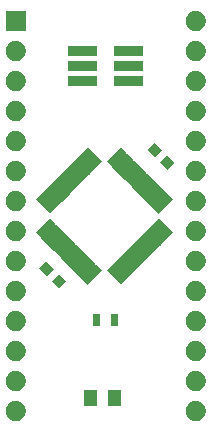
<source format=gbr>
G04 #@! TF.GenerationSoftware,KiCad,Pcbnew,(5.1.5)-3*
G04 #@! TF.CreationDate,2021-05-27T18:06:52+01:00*
G04 #@! TF.ProjectId,C595,43353935-2e6b-4696-9361-645f70636258,rev?*
G04 #@! TF.SameCoordinates,Original*
G04 #@! TF.FileFunction,Soldermask,Top*
G04 #@! TF.FilePolarity,Negative*
%FSLAX46Y46*%
G04 Gerber Fmt 4.6, Leading zero omitted, Abs format (unit mm)*
G04 Created by KiCad (PCBNEW (5.1.5)-3) date 2021-05-27 18:06:52*
%MOMM*%
%LPD*%
G04 APERTURE LIST*
%ADD10C,0.100000*%
G04 APERTURE END LIST*
D10*
G36*
X156488228Y-183201703D02*
G01*
X156643100Y-183265853D01*
X156782481Y-183358985D01*
X156901015Y-183477519D01*
X156994147Y-183616900D01*
X157058297Y-183771772D01*
X157091000Y-183936184D01*
X157091000Y-184103816D01*
X157058297Y-184268228D01*
X156994147Y-184423100D01*
X156901015Y-184562481D01*
X156782481Y-184681015D01*
X156643100Y-184774147D01*
X156488228Y-184838297D01*
X156323816Y-184871000D01*
X156156184Y-184871000D01*
X155991772Y-184838297D01*
X155836900Y-184774147D01*
X155697519Y-184681015D01*
X155578985Y-184562481D01*
X155485853Y-184423100D01*
X155421703Y-184268228D01*
X155389000Y-184103816D01*
X155389000Y-183936184D01*
X155421703Y-183771772D01*
X155485853Y-183616900D01*
X155578985Y-183477519D01*
X155697519Y-183358985D01*
X155836900Y-183265853D01*
X155991772Y-183201703D01*
X156156184Y-183169000D01*
X156323816Y-183169000D01*
X156488228Y-183201703D01*
G37*
G36*
X141248228Y-183201703D02*
G01*
X141403100Y-183265853D01*
X141542481Y-183358985D01*
X141661015Y-183477519D01*
X141754147Y-183616900D01*
X141818297Y-183771772D01*
X141851000Y-183936184D01*
X141851000Y-184103816D01*
X141818297Y-184268228D01*
X141754147Y-184423100D01*
X141661015Y-184562481D01*
X141542481Y-184681015D01*
X141403100Y-184774147D01*
X141248228Y-184838297D01*
X141083816Y-184871000D01*
X140916184Y-184871000D01*
X140751772Y-184838297D01*
X140596900Y-184774147D01*
X140457519Y-184681015D01*
X140338985Y-184562481D01*
X140245853Y-184423100D01*
X140181703Y-184268228D01*
X140149000Y-184103816D01*
X140149000Y-183936184D01*
X140181703Y-183771772D01*
X140245853Y-183616900D01*
X140338985Y-183477519D01*
X140457519Y-183358985D01*
X140596900Y-183265853D01*
X140751772Y-183201703D01*
X140916184Y-183169000D01*
X141083816Y-183169000D01*
X141248228Y-183201703D01*
G37*
G36*
X147887000Y-183556000D02*
G01*
X146785000Y-183556000D01*
X146785000Y-182204000D01*
X147887000Y-182204000D01*
X147887000Y-183556000D01*
G37*
G36*
X149887000Y-183556000D02*
G01*
X148785000Y-183556000D01*
X148785000Y-182204000D01*
X149887000Y-182204000D01*
X149887000Y-183556000D01*
G37*
G36*
X141248228Y-180661703D02*
G01*
X141403100Y-180725853D01*
X141542481Y-180818985D01*
X141661015Y-180937519D01*
X141754147Y-181076900D01*
X141818297Y-181231772D01*
X141851000Y-181396184D01*
X141851000Y-181563816D01*
X141818297Y-181728228D01*
X141754147Y-181883100D01*
X141661015Y-182022481D01*
X141542481Y-182141015D01*
X141403100Y-182234147D01*
X141248228Y-182298297D01*
X141083816Y-182331000D01*
X140916184Y-182331000D01*
X140751772Y-182298297D01*
X140596900Y-182234147D01*
X140457519Y-182141015D01*
X140338985Y-182022481D01*
X140245853Y-181883100D01*
X140181703Y-181728228D01*
X140149000Y-181563816D01*
X140149000Y-181396184D01*
X140181703Y-181231772D01*
X140245853Y-181076900D01*
X140338985Y-180937519D01*
X140457519Y-180818985D01*
X140596900Y-180725853D01*
X140751772Y-180661703D01*
X140916184Y-180629000D01*
X141083816Y-180629000D01*
X141248228Y-180661703D01*
G37*
G36*
X156488228Y-180661703D02*
G01*
X156643100Y-180725853D01*
X156782481Y-180818985D01*
X156901015Y-180937519D01*
X156994147Y-181076900D01*
X157058297Y-181231772D01*
X157091000Y-181396184D01*
X157091000Y-181563816D01*
X157058297Y-181728228D01*
X156994147Y-181883100D01*
X156901015Y-182022481D01*
X156782481Y-182141015D01*
X156643100Y-182234147D01*
X156488228Y-182298297D01*
X156323816Y-182331000D01*
X156156184Y-182331000D01*
X155991772Y-182298297D01*
X155836900Y-182234147D01*
X155697519Y-182141015D01*
X155578985Y-182022481D01*
X155485853Y-181883100D01*
X155421703Y-181728228D01*
X155389000Y-181563816D01*
X155389000Y-181396184D01*
X155421703Y-181231772D01*
X155485853Y-181076900D01*
X155578985Y-180937519D01*
X155697519Y-180818985D01*
X155836900Y-180725853D01*
X155991772Y-180661703D01*
X156156184Y-180629000D01*
X156323816Y-180629000D01*
X156488228Y-180661703D01*
G37*
G36*
X156488228Y-178121703D02*
G01*
X156643100Y-178185853D01*
X156782481Y-178278985D01*
X156901015Y-178397519D01*
X156994147Y-178536900D01*
X157058297Y-178691772D01*
X157091000Y-178856184D01*
X157091000Y-179023816D01*
X157058297Y-179188228D01*
X156994147Y-179343100D01*
X156901015Y-179482481D01*
X156782481Y-179601015D01*
X156643100Y-179694147D01*
X156488228Y-179758297D01*
X156323816Y-179791000D01*
X156156184Y-179791000D01*
X155991772Y-179758297D01*
X155836900Y-179694147D01*
X155697519Y-179601015D01*
X155578985Y-179482481D01*
X155485853Y-179343100D01*
X155421703Y-179188228D01*
X155389000Y-179023816D01*
X155389000Y-178856184D01*
X155421703Y-178691772D01*
X155485853Y-178536900D01*
X155578985Y-178397519D01*
X155697519Y-178278985D01*
X155836900Y-178185853D01*
X155991772Y-178121703D01*
X156156184Y-178089000D01*
X156323816Y-178089000D01*
X156488228Y-178121703D01*
G37*
G36*
X141248228Y-178121703D02*
G01*
X141403100Y-178185853D01*
X141542481Y-178278985D01*
X141661015Y-178397519D01*
X141754147Y-178536900D01*
X141818297Y-178691772D01*
X141851000Y-178856184D01*
X141851000Y-179023816D01*
X141818297Y-179188228D01*
X141754147Y-179343100D01*
X141661015Y-179482481D01*
X141542481Y-179601015D01*
X141403100Y-179694147D01*
X141248228Y-179758297D01*
X141083816Y-179791000D01*
X140916184Y-179791000D01*
X140751772Y-179758297D01*
X140596900Y-179694147D01*
X140457519Y-179601015D01*
X140338985Y-179482481D01*
X140245853Y-179343100D01*
X140181703Y-179188228D01*
X140149000Y-179023816D01*
X140149000Y-178856184D01*
X140181703Y-178691772D01*
X140245853Y-178536900D01*
X140338985Y-178397519D01*
X140457519Y-178278985D01*
X140596900Y-178185853D01*
X140751772Y-178121703D01*
X140916184Y-178089000D01*
X141083816Y-178089000D01*
X141248228Y-178121703D01*
G37*
G36*
X156488228Y-175581703D02*
G01*
X156643100Y-175645853D01*
X156782481Y-175738985D01*
X156901015Y-175857519D01*
X156994147Y-175996900D01*
X157058297Y-176151772D01*
X157091000Y-176316184D01*
X157091000Y-176483816D01*
X157058297Y-176648228D01*
X156994147Y-176803100D01*
X156901015Y-176942481D01*
X156782481Y-177061015D01*
X156643100Y-177154147D01*
X156488228Y-177218297D01*
X156323816Y-177251000D01*
X156156184Y-177251000D01*
X155991772Y-177218297D01*
X155836900Y-177154147D01*
X155697519Y-177061015D01*
X155578985Y-176942481D01*
X155485853Y-176803100D01*
X155421703Y-176648228D01*
X155389000Y-176483816D01*
X155389000Y-176316184D01*
X155421703Y-176151772D01*
X155485853Y-175996900D01*
X155578985Y-175857519D01*
X155697519Y-175738985D01*
X155836900Y-175645853D01*
X155991772Y-175581703D01*
X156156184Y-175549000D01*
X156323816Y-175549000D01*
X156488228Y-175581703D01*
G37*
G36*
X141248228Y-175581703D02*
G01*
X141403100Y-175645853D01*
X141542481Y-175738985D01*
X141661015Y-175857519D01*
X141754147Y-175996900D01*
X141818297Y-176151772D01*
X141851000Y-176316184D01*
X141851000Y-176483816D01*
X141818297Y-176648228D01*
X141754147Y-176803100D01*
X141661015Y-176942481D01*
X141542481Y-177061015D01*
X141403100Y-177154147D01*
X141248228Y-177218297D01*
X141083816Y-177251000D01*
X140916184Y-177251000D01*
X140751772Y-177218297D01*
X140596900Y-177154147D01*
X140457519Y-177061015D01*
X140338985Y-176942481D01*
X140245853Y-176803100D01*
X140181703Y-176648228D01*
X140149000Y-176483816D01*
X140149000Y-176316184D01*
X140181703Y-176151772D01*
X140245853Y-175996900D01*
X140338985Y-175857519D01*
X140457519Y-175738985D01*
X140596900Y-175645853D01*
X140751772Y-175581703D01*
X140916184Y-175549000D01*
X141083816Y-175549000D01*
X141248228Y-175581703D01*
G37*
G36*
X148141000Y-176777000D02*
G01*
X147539000Y-176777000D01*
X147539000Y-175775000D01*
X148141000Y-175775000D01*
X148141000Y-176777000D01*
G37*
G36*
X149641000Y-176777000D02*
G01*
X149039000Y-176777000D01*
X149039000Y-175775000D01*
X149641000Y-175775000D01*
X149641000Y-176777000D01*
G37*
G36*
X141248228Y-173041703D02*
G01*
X141403100Y-173105853D01*
X141542481Y-173198985D01*
X141661015Y-173317519D01*
X141754147Y-173456900D01*
X141818297Y-173611772D01*
X141851000Y-173776184D01*
X141851000Y-173943816D01*
X141818297Y-174108228D01*
X141754147Y-174263100D01*
X141661015Y-174402481D01*
X141542481Y-174521015D01*
X141403100Y-174614147D01*
X141248228Y-174678297D01*
X141083816Y-174711000D01*
X140916184Y-174711000D01*
X140751772Y-174678297D01*
X140596900Y-174614147D01*
X140457519Y-174521015D01*
X140338985Y-174402481D01*
X140245853Y-174263100D01*
X140181703Y-174108228D01*
X140149000Y-173943816D01*
X140149000Y-173776184D01*
X140181703Y-173611772D01*
X140245853Y-173456900D01*
X140338985Y-173317519D01*
X140457519Y-173198985D01*
X140596900Y-173105853D01*
X140751772Y-173041703D01*
X140916184Y-173009000D01*
X141083816Y-173009000D01*
X141248228Y-173041703D01*
G37*
G36*
X156488228Y-173041703D02*
G01*
X156643100Y-173105853D01*
X156782481Y-173198985D01*
X156901015Y-173317519D01*
X156994147Y-173456900D01*
X157058297Y-173611772D01*
X157091000Y-173776184D01*
X157091000Y-173943816D01*
X157058297Y-174108228D01*
X156994147Y-174263100D01*
X156901015Y-174402481D01*
X156782481Y-174521015D01*
X156643100Y-174614147D01*
X156488228Y-174678297D01*
X156323816Y-174711000D01*
X156156184Y-174711000D01*
X155991772Y-174678297D01*
X155836900Y-174614147D01*
X155697519Y-174521015D01*
X155578985Y-174402481D01*
X155485853Y-174263100D01*
X155421703Y-174108228D01*
X155389000Y-173943816D01*
X155389000Y-173776184D01*
X155421703Y-173611772D01*
X155485853Y-173456900D01*
X155578985Y-173317519D01*
X155697519Y-173198985D01*
X155836900Y-173105853D01*
X155991772Y-173041703D01*
X156156184Y-173009000D01*
X156323816Y-173009000D01*
X156488228Y-173041703D01*
G37*
G36*
X145295463Y-173014008D02*
G01*
X144693008Y-173616463D01*
X144055197Y-172978652D01*
X144657652Y-172376197D01*
X145295463Y-173014008D01*
G37*
G36*
X154317368Y-168896536D02*
G01*
X153856334Y-169357570D01*
X153751682Y-169462221D01*
X153290648Y-169923255D01*
X153185997Y-170027907D01*
X151027907Y-172185997D01*
X150923255Y-172290648D01*
X150462221Y-172751682D01*
X150357570Y-172856334D01*
X149896536Y-173317368D01*
X148693040Y-172113872D01*
X149154074Y-171652838D01*
X149154075Y-171652839D01*
X149170339Y-171636575D01*
X149170348Y-171636564D01*
X149258726Y-171548187D01*
X149258725Y-171548186D01*
X149719759Y-171087152D01*
X149719760Y-171087153D01*
X149808137Y-170998775D01*
X149808148Y-170998766D01*
X149824412Y-170982502D01*
X149824411Y-170982501D01*
X150285445Y-170521467D01*
X150285446Y-170521468D01*
X150373833Y-170433080D01*
X150390097Y-170416817D01*
X150390096Y-170416816D01*
X150851130Y-169955782D01*
X150851131Y-169955783D01*
X150955783Y-169851131D01*
X150955782Y-169851130D01*
X151416816Y-169390096D01*
X151416817Y-169390097D01*
X151505204Y-169301709D01*
X151521468Y-169285446D01*
X151521467Y-169285445D01*
X151982501Y-168824411D01*
X151982502Y-168824412D01*
X151998766Y-168808148D01*
X151998775Y-168808137D01*
X152087153Y-168719760D01*
X152087152Y-168719759D01*
X152548186Y-168258725D01*
X152548187Y-168258726D01*
X152636564Y-168170348D01*
X152636575Y-168170339D01*
X152652839Y-168154075D01*
X152652838Y-168154074D01*
X153113872Y-167693040D01*
X154317368Y-168896536D01*
G37*
G36*
X144347162Y-168154074D02*
G01*
X144347162Y-168154075D01*
X144363426Y-168170339D01*
X144363432Y-168170344D01*
X144451814Y-168258726D01*
X144451814Y-168258725D01*
X144912848Y-168719759D01*
X144912848Y-168719760D01*
X145001230Y-168808142D01*
X145001235Y-168808148D01*
X145017499Y-168824412D01*
X145017499Y-168824411D01*
X145478533Y-169285445D01*
X145478533Y-169285446D01*
X145583184Y-169390097D01*
X145583184Y-169390096D01*
X146044218Y-169851130D01*
X146044218Y-169851131D01*
X146148870Y-169955783D01*
X146148870Y-169955782D01*
X146609904Y-170416816D01*
X146609904Y-170416817D01*
X146714555Y-170521468D01*
X146714555Y-170521467D01*
X147175589Y-170982501D01*
X147175589Y-170982502D01*
X147191853Y-170998766D01*
X147191859Y-170998771D01*
X147280241Y-171087153D01*
X147280241Y-171087152D01*
X147741275Y-171548186D01*
X147741275Y-171548187D01*
X147829657Y-171636569D01*
X147829662Y-171636575D01*
X147845926Y-171652839D01*
X147845926Y-171652838D01*
X148306960Y-172113872D01*
X147103464Y-173317368D01*
X146642430Y-172856334D01*
X146642431Y-172856334D01*
X146554049Y-172767952D01*
X146554044Y-172767946D01*
X146537780Y-172751682D01*
X146537779Y-172751682D01*
X146076745Y-172290648D01*
X146076746Y-172290648D01*
X146060482Y-172274384D01*
X146060476Y-172274379D01*
X145972094Y-172185997D01*
X145972093Y-172185997D01*
X145511059Y-171724963D01*
X145511060Y-171724963D01*
X145406409Y-171620312D01*
X145406408Y-171620312D01*
X144945374Y-171159278D01*
X144945375Y-171159278D01*
X144840723Y-171054626D01*
X144840722Y-171054626D01*
X144379688Y-170593592D01*
X144379689Y-170593592D01*
X144275038Y-170488941D01*
X144275037Y-170488941D01*
X143814003Y-170027907D01*
X143814004Y-170027907D01*
X143725622Y-169939525D01*
X143725617Y-169939519D01*
X143709353Y-169923255D01*
X143709352Y-169923255D01*
X143248318Y-169462221D01*
X143248319Y-169462221D01*
X143232055Y-169445957D01*
X143232049Y-169445952D01*
X143143667Y-169357570D01*
X143143666Y-169357570D01*
X142682632Y-168896536D01*
X143886128Y-167693040D01*
X144347162Y-168154074D01*
G37*
G36*
X144234803Y-171953348D02*
G01*
X143632348Y-172555803D01*
X142994537Y-171917992D01*
X143596992Y-171315537D01*
X144234803Y-171953348D01*
G37*
G36*
X141248228Y-170501703D02*
G01*
X141403100Y-170565853D01*
X141542481Y-170658985D01*
X141661015Y-170777519D01*
X141754147Y-170916900D01*
X141818297Y-171071772D01*
X141851000Y-171236184D01*
X141851000Y-171403816D01*
X141818297Y-171568228D01*
X141754147Y-171723100D01*
X141661015Y-171862481D01*
X141542481Y-171981015D01*
X141403100Y-172074147D01*
X141248228Y-172138297D01*
X141083816Y-172171000D01*
X140916184Y-172171000D01*
X140751772Y-172138297D01*
X140596900Y-172074147D01*
X140457519Y-171981015D01*
X140338985Y-171862481D01*
X140245853Y-171723100D01*
X140181703Y-171568228D01*
X140149000Y-171403816D01*
X140149000Y-171236184D01*
X140181703Y-171071772D01*
X140245853Y-170916900D01*
X140338985Y-170777519D01*
X140457519Y-170658985D01*
X140596900Y-170565853D01*
X140751772Y-170501703D01*
X140916184Y-170469000D01*
X141083816Y-170469000D01*
X141248228Y-170501703D01*
G37*
G36*
X156488228Y-170501703D02*
G01*
X156643100Y-170565853D01*
X156782481Y-170658985D01*
X156901015Y-170777519D01*
X156994147Y-170916900D01*
X157058297Y-171071772D01*
X157091000Y-171236184D01*
X157091000Y-171403816D01*
X157058297Y-171568228D01*
X156994147Y-171723100D01*
X156901015Y-171862481D01*
X156782481Y-171981015D01*
X156643100Y-172074147D01*
X156488228Y-172138297D01*
X156323816Y-172171000D01*
X156156184Y-172171000D01*
X155991772Y-172138297D01*
X155836900Y-172074147D01*
X155697519Y-171981015D01*
X155578985Y-171862481D01*
X155485853Y-171723100D01*
X155421703Y-171568228D01*
X155389000Y-171403816D01*
X155389000Y-171236184D01*
X155421703Y-171071772D01*
X155485853Y-170916900D01*
X155578985Y-170777519D01*
X155697519Y-170658985D01*
X155836900Y-170565853D01*
X155991772Y-170501703D01*
X156156184Y-170469000D01*
X156323816Y-170469000D01*
X156488228Y-170501703D01*
G37*
G36*
X156488228Y-167961703D02*
G01*
X156643100Y-168025853D01*
X156782481Y-168118985D01*
X156901015Y-168237519D01*
X156994147Y-168376900D01*
X157058297Y-168531772D01*
X157091000Y-168696184D01*
X157091000Y-168863816D01*
X157058297Y-169028228D01*
X156994147Y-169183100D01*
X156901015Y-169322481D01*
X156782481Y-169441015D01*
X156643100Y-169534147D01*
X156488228Y-169598297D01*
X156323816Y-169631000D01*
X156156184Y-169631000D01*
X155991772Y-169598297D01*
X155836900Y-169534147D01*
X155697519Y-169441015D01*
X155578985Y-169322481D01*
X155485853Y-169183100D01*
X155421703Y-169028228D01*
X155389000Y-168863816D01*
X155389000Y-168696184D01*
X155421703Y-168531772D01*
X155485853Y-168376900D01*
X155578985Y-168237519D01*
X155697519Y-168118985D01*
X155836900Y-168025853D01*
X155991772Y-167961703D01*
X156156184Y-167929000D01*
X156323816Y-167929000D01*
X156488228Y-167961703D01*
G37*
G36*
X141248228Y-167961703D02*
G01*
X141403100Y-168025853D01*
X141542481Y-168118985D01*
X141661015Y-168237519D01*
X141754147Y-168376900D01*
X141818297Y-168531772D01*
X141851000Y-168696184D01*
X141851000Y-168863816D01*
X141818297Y-169028228D01*
X141754147Y-169183100D01*
X141661015Y-169322481D01*
X141542481Y-169441015D01*
X141403100Y-169534147D01*
X141248228Y-169598297D01*
X141083816Y-169631000D01*
X140916184Y-169631000D01*
X140751772Y-169598297D01*
X140596900Y-169534147D01*
X140457519Y-169441015D01*
X140338985Y-169322481D01*
X140245853Y-169183100D01*
X140181703Y-169028228D01*
X140149000Y-168863816D01*
X140149000Y-168696184D01*
X140181703Y-168531772D01*
X140245853Y-168376900D01*
X140338985Y-168237519D01*
X140457519Y-168118985D01*
X140596900Y-168025853D01*
X140751772Y-167961703D01*
X140916184Y-167929000D01*
X141083816Y-167929000D01*
X141248228Y-167961703D01*
G37*
G36*
X148306960Y-162886128D02*
G01*
X147829662Y-163363426D01*
X147741275Y-163451814D01*
X147280241Y-163912848D01*
X147191853Y-164001235D01*
X146714555Y-164478533D01*
X146626167Y-164566920D01*
X146609904Y-164583184D01*
X145583184Y-165609904D01*
X145494796Y-165698291D01*
X145478533Y-165714555D01*
X145001235Y-166191853D01*
X144912848Y-166280241D01*
X144451814Y-166741275D01*
X144363426Y-166829662D01*
X143886128Y-167306960D01*
X142682632Y-166103464D01*
X143143666Y-165642430D01*
X143143667Y-165642431D01*
X143232044Y-165554053D01*
X143232055Y-165554044D01*
X143248319Y-165537780D01*
X143248318Y-165537779D01*
X143709352Y-165076745D01*
X143709353Y-165076746D01*
X143725617Y-165060482D01*
X143725626Y-165060471D01*
X143814004Y-164972094D01*
X143814003Y-164972093D01*
X144275037Y-164511059D01*
X144275038Y-164511060D01*
X144379689Y-164406409D01*
X144379688Y-164406408D01*
X144840722Y-163945374D01*
X144840723Y-163945375D01*
X144945375Y-163840723D01*
X144945374Y-163840722D01*
X145406408Y-163379688D01*
X145406409Y-163379689D01*
X145511060Y-163275038D01*
X145511059Y-163275037D01*
X145972093Y-162814003D01*
X145972094Y-162814004D01*
X146060471Y-162725626D01*
X146060482Y-162725617D01*
X146076746Y-162709353D01*
X146076745Y-162709352D01*
X146537779Y-162248318D01*
X146537780Y-162248319D01*
X146554044Y-162232055D01*
X146554053Y-162232044D01*
X146642431Y-162143667D01*
X146642430Y-162143666D01*
X147103464Y-161682632D01*
X148306960Y-162886128D01*
G37*
G36*
X150357570Y-162143666D02*
G01*
X150357570Y-162143667D01*
X150445952Y-162232049D01*
X150445957Y-162232055D01*
X150462221Y-162248319D01*
X150462221Y-162248318D01*
X150923255Y-162709352D01*
X150923255Y-162709353D01*
X150939519Y-162725617D01*
X150939525Y-162725622D01*
X151027907Y-162814004D01*
X151027907Y-162814003D01*
X151488941Y-163275037D01*
X151488941Y-163275038D01*
X151593592Y-163379689D01*
X151593592Y-163379688D01*
X152054626Y-163840722D01*
X152054626Y-163840723D01*
X152159278Y-163945375D01*
X152159278Y-163945374D01*
X152620312Y-164406408D01*
X152620312Y-164406409D01*
X152724963Y-164511060D01*
X152724963Y-164511059D01*
X153185997Y-164972093D01*
X153185997Y-164972094D01*
X153274379Y-165060476D01*
X153274384Y-165060482D01*
X153290648Y-165076746D01*
X153290648Y-165076745D01*
X153751682Y-165537779D01*
X153751682Y-165537780D01*
X153767946Y-165554044D01*
X153767952Y-165554049D01*
X153856334Y-165642431D01*
X153856334Y-165642430D01*
X154317368Y-166103464D01*
X153113872Y-167306960D01*
X152652838Y-166845926D01*
X152652839Y-166845926D01*
X152636575Y-166829662D01*
X152636569Y-166829657D01*
X152548187Y-166741275D01*
X152548186Y-166741275D01*
X152087152Y-166280241D01*
X152087153Y-166280241D01*
X151998771Y-166191859D01*
X151998766Y-166191853D01*
X151982502Y-166175589D01*
X151982501Y-166175589D01*
X151521467Y-165714555D01*
X151521468Y-165714555D01*
X151416817Y-165609904D01*
X151416816Y-165609904D01*
X150955782Y-165148870D01*
X150955783Y-165148870D01*
X150851131Y-165044218D01*
X150851130Y-165044218D01*
X150390096Y-164583184D01*
X150390097Y-164583184D01*
X150285446Y-164478533D01*
X150285445Y-164478533D01*
X149824411Y-164017499D01*
X149824412Y-164017499D01*
X149808148Y-164001235D01*
X149808142Y-164001230D01*
X149719760Y-163912848D01*
X149719759Y-163912848D01*
X149258725Y-163451814D01*
X149258726Y-163451814D01*
X149170344Y-163363432D01*
X149170339Y-163363426D01*
X149154075Y-163347162D01*
X149154074Y-163347162D01*
X148693040Y-162886128D01*
X149896536Y-161682632D01*
X150357570Y-162143666D01*
G37*
G36*
X141248228Y-165421703D02*
G01*
X141403100Y-165485853D01*
X141542481Y-165578985D01*
X141661015Y-165697519D01*
X141754147Y-165836900D01*
X141818297Y-165991772D01*
X141851000Y-166156184D01*
X141851000Y-166323816D01*
X141818297Y-166488228D01*
X141754147Y-166643100D01*
X141661015Y-166782481D01*
X141542481Y-166901015D01*
X141403100Y-166994147D01*
X141248228Y-167058297D01*
X141083816Y-167091000D01*
X140916184Y-167091000D01*
X140751772Y-167058297D01*
X140596900Y-166994147D01*
X140457519Y-166901015D01*
X140338985Y-166782481D01*
X140245853Y-166643100D01*
X140181703Y-166488228D01*
X140149000Y-166323816D01*
X140149000Y-166156184D01*
X140181703Y-165991772D01*
X140245853Y-165836900D01*
X140338985Y-165697519D01*
X140457519Y-165578985D01*
X140596900Y-165485853D01*
X140751772Y-165421703D01*
X140916184Y-165389000D01*
X141083816Y-165389000D01*
X141248228Y-165421703D01*
G37*
G36*
X156488228Y-165421703D02*
G01*
X156643100Y-165485853D01*
X156782481Y-165578985D01*
X156901015Y-165697519D01*
X156994147Y-165836900D01*
X157058297Y-165991772D01*
X157091000Y-166156184D01*
X157091000Y-166323816D01*
X157058297Y-166488228D01*
X156994147Y-166643100D01*
X156901015Y-166782481D01*
X156782481Y-166901015D01*
X156643100Y-166994147D01*
X156488228Y-167058297D01*
X156323816Y-167091000D01*
X156156184Y-167091000D01*
X155991772Y-167058297D01*
X155836900Y-166994147D01*
X155697519Y-166901015D01*
X155578985Y-166782481D01*
X155485853Y-166643100D01*
X155421703Y-166488228D01*
X155389000Y-166323816D01*
X155389000Y-166156184D01*
X155421703Y-165991772D01*
X155485853Y-165836900D01*
X155578985Y-165697519D01*
X155697519Y-165578985D01*
X155836900Y-165485853D01*
X155991772Y-165421703D01*
X156156184Y-165389000D01*
X156323816Y-165389000D01*
X156488228Y-165421703D01*
G37*
G36*
X141248228Y-162881703D02*
G01*
X141403100Y-162945853D01*
X141542481Y-163038985D01*
X141661015Y-163157519D01*
X141754147Y-163296900D01*
X141818297Y-163451772D01*
X141851000Y-163616184D01*
X141851000Y-163783816D01*
X141818297Y-163948228D01*
X141754147Y-164103100D01*
X141661015Y-164242481D01*
X141542481Y-164361015D01*
X141403100Y-164454147D01*
X141248228Y-164518297D01*
X141083816Y-164551000D01*
X140916184Y-164551000D01*
X140751772Y-164518297D01*
X140596900Y-164454147D01*
X140457519Y-164361015D01*
X140338985Y-164242481D01*
X140245853Y-164103100D01*
X140181703Y-163948228D01*
X140149000Y-163783816D01*
X140149000Y-163616184D01*
X140181703Y-163451772D01*
X140245853Y-163296900D01*
X140338985Y-163157519D01*
X140457519Y-163038985D01*
X140596900Y-162945853D01*
X140751772Y-162881703D01*
X140916184Y-162849000D01*
X141083816Y-162849000D01*
X141248228Y-162881703D01*
G37*
G36*
X156488228Y-162881703D02*
G01*
X156643100Y-162945853D01*
X156782481Y-163038985D01*
X156901015Y-163157519D01*
X156994147Y-163296900D01*
X157058297Y-163451772D01*
X157091000Y-163616184D01*
X157091000Y-163783816D01*
X157058297Y-163948228D01*
X156994147Y-164103100D01*
X156901015Y-164242481D01*
X156782481Y-164361015D01*
X156643100Y-164454147D01*
X156488228Y-164518297D01*
X156323816Y-164551000D01*
X156156184Y-164551000D01*
X155991772Y-164518297D01*
X155836900Y-164454147D01*
X155697519Y-164361015D01*
X155578985Y-164242481D01*
X155485853Y-164103100D01*
X155421703Y-163948228D01*
X155389000Y-163783816D01*
X155389000Y-163616184D01*
X155421703Y-163451772D01*
X155485853Y-163296900D01*
X155578985Y-163157519D01*
X155697519Y-163038985D01*
X155836900Y-162945853D01*
X155991772Y-162881703D01*
X156156184Y-162849000D01*
X156323816Y-162849000D01*
X156488228Y-162881703D01*
G37*
G36*
X154439463Y-162981008D02*
G01*
X153837008Y-163583463D01*
X153199197Y-162945652D01*
X153801652Y-162343197D01*
X154439463Y-162981008D01*
G37*
G36*
X153378803Y-161920348D02*
G01*
X152776348Y-162522803D01*
X152138537Y-161884992D01*
X152740992Y-161282537D01*
X153378803Y-161920348D01*
G37*
G36*
X156488228Y-160341703D02*
G01*
X156643100Y-160405853D01*
X156782481Y-160498985D01*
X156901015Y-160617519D01*
X156994147Y-160756900D01*
X157058297Y-160911772D01*
X157091000Y-161076184D01*
X157091000Y-161243816D01*
X157058297Y-161408228D01*
X156994147Y-161563100D01*
X156901015Y-161702481D01*
X156782481Y-161821015D01*
X156643100Y-161914147D01*
X156488228Y-161978297D01*
X156323816Y-162011000D01*
X156156184Y-162011000D01*
X155991772Y-161978297D01*
X155836900Y-161914147D01*
X155697519Y-161821015D01*
X155578985Y-161702481D01*
X155485853Y-161563100D01*
X155421703Y-161408228D01*
X155389000Y-161243816D01*
X155389000Y-161076184D01*
X155421703Y-160911772D01*
X155485853Y-160756900D01*
X155578985Y-160617519D01*
X155697519Y-160498985D01*
X155836900Y-160405853D01*
X155991772Y-160341703D01*
X156156184Y-160309000D01*
X156323816Y-160309000D01*
X156488228Y-160341703D01*
G37*
G36*
X141248228Y-160341703D02*
G01*
X141403100Y-160405853D01*
X141542481Y-160498985D01*
X141661015Y-160617519D01*
X141754147Y-160756900D01*
X141818297Y-160911772D01*
X141851000Y-161076184D01*
X141851000Y-161243816D01*
X141818297Y-161408228D01*
X141754147Y-161563100D01*
X141661015Y-161702481D01*
X141542481Y-161821015D01*
X141403100Y-161914147D01*
X141248228Y-161978297D01*
X141083816Y-162011000D01*
X140916184Y-162011000D01*
X140751772Y-161978297D01*
X140596900Y-161914147D01*
X140457519Y-161821015D01*
X140338985Y-161702481D01*
X140245853Y-161563100D01*
X140181703Y-161408228D01*
X140149000Y-161243816D01*
X140149000Y-161076184D01*
X140181703Y-160911772D01*
X140245853Y-160756900D01*
X140338985Y-160617519D01*
X140457519Y-160498985D01*
X140596900Y-160405853D01*
X140751772Y-160341703D01*
X140916184Y-160309000D01*
X141083816Y-160309000D01*
X141248228Y-160341703D01*
G37*
G36*
X156488228Y-157801703D02*
G01*
X156643100Y-157865853D01*
X156782481Y-157958985D01*
X156901015Y-158077519D01*
X156994147Y-158216900D01*
X157058297Y-158371772D01*
X157091000Y-158536184D01*
X157091000Y-158703816D01*
X157058297Y-158868228D01*
X156994147Y-159023100D01*
X156901015Y-159162481D01*
X156782481Y-159281015D01*
X156643100Y-159374147D01*
X156488228Y-159438297D01*
X156323816Y-159471000D01*
X156156184Y-159471000D01*
X155991772Y-159438297D01*
X155836900Y-159374147D01*
X155697519Y-159281015D01*
X155578985Y-159162481D01*
X155485853Y-159023100D01*
X155421703Y-158868228D01*
X155389000Y-158703816D01*
X155389000Y-158536184D01*
X155421703Y-158371772D01*
X155485853Y-158216900D01*
X155578985Y-158077519D01*
X155697519Y-157958985D01*
X155836900Y-157865853D01*
X155991772Y-157801703D01*
X156156184Y-157769000D01*
X156323816Y-157769000D01*
X156488228Y-157801703D01*
G37*
G36*
X141248228Y-157801703D02*
G01*
X141403100Y-157865853D01*
X141542481Y-157958985D01*
X141661015Y-158077519D01*
X141754147Y-158216900D01*
X141818297Y-158371772D01*
X141851000Y-158536184D01*
X141851000Y-158703816D01*
X141818297Y-158868228D01*
X141754147Y-159023100D01*
X141661015Y-159162481D01*
X141542481Y-159281015D01*
X141403100Y-159374147D01*
X141248228Y-159438297D01*
X141083816Y-159471000D01*
X140916184Y-159471000D01*
X140751772Y-159438297D01*
X140596900Y-159374147D01*
X140457519Y-159281015D01*
X140338985Y-159162481D01*
X140245853Y-159023100D01*
X140181703Y-158868228D01*
X140149000Y-158703816D01*
X140149000Y-158536184D01*
X140181703Y-158371772D01*
X140245853Y-158216900D01*
X140338985Y-158077519D01*
X140457519Y-157958985D01*
X140596900Y-157865853D01*
X140751772Y-157801703D01*
X140916184Y-157769000D01*
X141083816Y-157769000D01*
X141248228Y-157801703D01*
G37*
G36*
X156488228Y-155261703D02*
G01*
X156643100Y-155325853D01*
X156782481Y-155418985D01*
X156901015Y-155537519D01*
X156994147Y-155676900D01*
X157058297Y-155831772D01*
X157091000Y-155996184D01*
X157091000Y-156163816D01*
X157058297Y-156328228D01*
X156994147Y-156483100D01*
X156901015Y-156622481D01*
X156782481Y-156741015D01*
X156643100Y-156834147D01*
X156488228Y-156898297D01*
X156323816Y-156931000D01*
X156156184Y-156931000D01*
X155991772Y-156898297D01*
X155836900Y-156834147D01*
X155697519Y-156741015D01*
X155578985Y-156622481D01*
X155485853Y-156483100D01*
X155421703Y-156328228D01*
X155389000Y-156163816D01*
X155389000Y-155996184D01*
X155421703Y-155831772D01*
X155485853Y-155676900D01*
X155578985Y-155537519D01*
X155697519Y-155418985D01*
X155836900Y-155325853D01*
X155991772Y-155261703D01*
X156156184Y-155229000D01*
X156323816Y-155229000D01*
X156488228Y-155261703D01*
G37*
G36*
X141248228Y-155261703D02*
G01*
X141403100Y-155325853D01*
X141542481Y-155418985D01*
X141661015Y-155537519D01*
X141754147Y-155676900D01*
X141818297Y-155831772D01*
X141851000Y-155996184D01*
X141851000Y-156163816D01*
X141818297Y-156328228D01*
X141754147Y-156483100D01*
X141661015Y-156622481D01*
X141542481Y-156741015D01*
X141403100Y-156834147D01*
X141248228Y-156898297D01*
X141083816Y-156931000D01*
X140916184Y-156931000D01*
X140751772Y-156898297D01*
X140596900Y-156834147D01*
X140457519Y-156741015D01*
X140338985Y-156622481D01*
X140245853Y-156483100D01*
X140181703Y-156328228D01*
X140149000Y-156163816D01*
X140149000Y-155996184D01*
X140181703Y-155831772D01*
X140245853Y-155676900D01*
X140338985Y-155537519D01*
X140457519Y-155418985D01*
X140596900Y-155325853D01*
X140751772Y-155261703D01*
X140916184Y-155229000D01*
X141083816Y-155229000D01*
X141248228Y-155261703D01*
G37*
G36*
X147891000Y-156504000D02*
G01*
X145389000Y-156504000D01*
X145389000Y-155662000D01*
X147891000Y-155662000D01*
X147891000Y-156504000D01*
G37*
G36*
X151791000Y-156504000D02*
G01*
X149289000Y-156504000D01*
X149289000Y-155662000D01*
X151791000Y-155662000D01*
X151791000Y-156504000D01*
G37*
G36*
X151791000Y-155234000D02*
G01*
X149289000Y-155234000D01*
X149289000Y-154392000D01*
X151791000Y-154392000D01*
X151791000Y-155234000D01*
G37*
G36*
X147891000Y-155234000D02*
G01*
X145389000Y-155234000D01*
X145389000Y-154392000D01*
X147891000Y-154392000D01*
X147891000Y-155234000D01*
G37*
G36*
X156488228Y-152721703D02*
G01*
X156643100Y-152785853D01*
X156782481Y-152878985D01*
X156901015Y-152997519D01*
X156994147Y-153136900D01*
X157058297Y-153291772D01*
X157091000Y-153456184D01*
X157091000Y-153623816D01*
X157058297Y-153788228D01*
X156994147Y-153943100D01*
X156901015Y-154082481D01*
X156782481Y-154201015D01*
X156643100Y-154294147D01*
X156488228Y-154358297D01*
X156323816Y-154391000D01*
X156156184Y-154391000D01*
X155991772Y-154358297D01*
X155836900Y-154294147D01*
X155697519Y-154201015D01*
X155578985Y-154082481D01*
X155485853Y-153943100D01*
X155421703Y-153788228D01*
X155389000Y-153623816D01*
X155389000Y-153456184D01*
X155421703Y-153291772D01*
X155485853Y-153136900D01*
X155578985Y-152997519D01*
X155697519Y-152878985D01*
X155836900Y-152785853D01*
X155991772Y-152721703D01*
X156156184Y-152689000D01*
X156323816Y-152689000D01*
X156488228Y-152721703D01*
G37*
G36*
X141248228Y-152721703D02*
G01*
X141403100Y-152785853D01*
X141542481Y-152878985D01*
X141661015Y-152997519D01*
X141754147Y-153136900D01*
X141818297Y-153291772D01*
X141851000Y-153456184D01*
X141851000Y-153623816D01*
X141818297Y-153788228D01*
X141754147Y-153943100D01*
X141661015Y-154082481D01*
X141542481Y-154201015D01*
X141403100Y-154294147D01*
X141248228Y-154358297D01*
X141083816Y-154391000D01*
X140916184Y-154391000D01*
X140751772Y-154358297D01*
X140596900Y-154294147D01*
X140457519Y-154201015D01*
X140338985Y-154082481D01*
X140245853Y-153943100D01*
X140181703Y-153788228D01*
X140149000Y-153623816D01*
X140149000Y-153456184D01*
X140181703Y-153291772D01*
X140245853Y-153136900D01*
X140338985Y-152997519D01*
X140457519Y-152878985D01*
X140596900Y-152785853D01*
X140751772Y-152721703D01*
X140916184Y-152689000D01*
X141083816Y-152689000D01*
X141248228Y-152721703D01*
G37*
G36*
X151791000Y-153964000D02*
G01*
X149289000Y-153964000D01*
X149289000Y-153122000D01*
X151791000Y-153122000D01*
X151791000Y-153964000D01*
G37*
G36*
X147891000Y-153964000D02*
G01*
X145389000Y-153964000D01*
X145389000Y-153122000D01*
X147891000Y-153122000D01*
X147891000Y-153964000D01*
G37*
G36*
X156488228Y-150181703D02*
G01*
X156643100Y-150245853D01*
X156782481Y-150338985D01*
X156901015Y-150457519D01*
X156994147Y-150596900D01*
X157058297Y-150751772D01*
X157091000Y-150916184D01*
X157091000Y-151083816D01*
X157058297Y-151248228D01*
X156994147Y-151403100D01*
X156901015Y-151542481D01*
X156782481Y-151661015D01*
X156643100Y-151754147D01*
X156488228Y-151818297D01*
X156323816Y-151851000D01*
X156156184Y-151851000D01*
X155991772Y-151818297D01*
X155836900Y-151754147D01*
X155697519Y-151661015D01*
X155578985Y-151542481D01*
X155485853Y-151403100D01*
X155421703Y-151248228D01*
X155389000Y-151083816D01*
X155389000Y-150916184D01*
X155421703Y-150751772D01*
X155485853Y-150596900D01*
X155578985Y-150457519D01*
X155697519Y-150338985D01*
X155836900Y-150245853D01*
X155991772Y-150181703D01*
X156156184Y-150149000D01*
X156323816Y-150149000D01*
X156488228Y-150181703D01*
G37*
G36*
X141851000Y-151851000D02*
G01*
X140149000Y-151851000D01*
X140149000Y-150149000D01*
X141851000Y-150149000D01*
X141851000Y-151851000D01*
G37*
M02*

</source>
